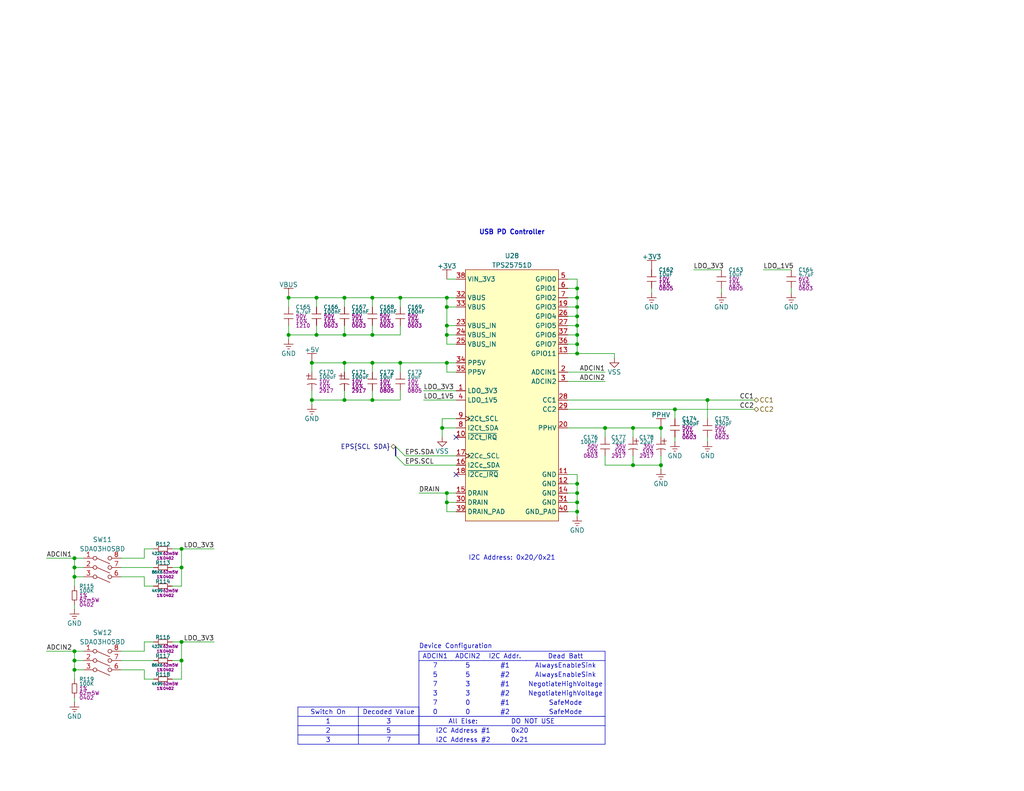
<source format=kicad_sch>
(kicad_sch (version 20250114) (generator "eeschema") (generator_version "9.0")
  (paper "USLetter")
  (title_block (title "USB Power Delivery") (date "2025-03-08") (rev "1") (comment 2 "PROTOTYPE") (comment 3 "2025"))
  (lib_symbols
    (symbol ".DS-Passives:C_polarized"
      (property "Reference" "C?" (at 1.905 2.54 0))
      (property "Value" "VAL" (at 1.905 1.27 0))
      (property "Tolerance" "TOL" (at 1.905 -1.27 0))
      (property "Voltage Rating" "VOLTAGE" (at 1.905 0 0))
      (property "Package" "PKG" (at 1.905 -2.54 0))
      (symbol "C_polarized_0_1"
        (polyline (pts (xy -1.524 1.524) (xy -0.254 1.524)))
        (polyline (pts (xy -1.27 0.635) (xy 1.27 0.635)))
        (polyline (pts (xy -0.889 2.159) (xy -0.889 0.889)))
        (arc (start -1.27 -0.8531) (mid 0 -0.5919) (end 1.27 -0.8531))
      )
      (symbol "C_polarized_1_1"
        (pin passive line (at 0 2.54 270) (length 1.905) (name "") (number "1"))
        (pin passive line (at 0 -2.54 90) (length 1.905) (name "") (number "2"))
      )
    )
    (symbol ".DS-Power:+5V" (power) (pin_numbers (hide yes)) (pin_names (offset 0) (hide yes))
      (property "Value" "+5V" (at 0 3.556 0))
      (symbol "+5V_0_1"
        (polyline (pts (xy -1.27 2.54) (xy 0 2.54)))
        (polyline (pts (xy 0 2.54) (xy 1.27 2.54)))
        (polyline (pts (xy 0 0) (xy 0 2.54)))
      )
      (symbol "+5V_1_1"
        (pin power_in line (at 0 0 90) (length 0) (name "~") (number "1"))
      )
    )
    (symbol ".DS-Switches:3P_SPST" (pin_names (offset 0) (hide yes))
      (property "Reference" "SW?" (at 0 7.62 0))
      (property "Value" "3P_SPST" (at 0 5.08 0))
      (symbol "3P_SPST_0_1"
        (circle (center -2.032 2.54) (radius 0.508))
        (circle (center -2.032 0) (radius 0.508))
        (circle (center -2.032 -2.54) (radius 0.508))
        (polyline (pts (xy -1.524 2.54) (xy 2.032 1.016)))
        (polyline (pts (xy -1.524 0) (xy 2.032 -1.524)))
        (polyline (pts (xy -1.524 -2.54) (xy 2.032 -4.064)))
        (circle (center 2.032 2.54) (radius 0.508))
        (circle (center 2.032 0) (radius 0.508))
        (circle (center 2.032 -2.54) (radius 0.508))
      )
      (symbol "3P_SPST_1_1"
        (pin passive line (at -5.08 2.54 0) (length 2.54) (name "") (number "1"))
        (pin passive line (at -5.08 0 0) (length 2.54) (name "") (number "2"))
        (pin passive line (at -5.08 -2.54 0) (length 2.54) (name "") (number "3"))
        (pin passive line (at 5.08 2.54 180) (length 2.54) (name "") (number "8"))
        (pin passive line (at 5.08 0 180) (length 2.54) (name "") (number "7"))
        (pin passive line (at 5.08 -2.54 180) (length 2.54) (name "") (number "6"))
      )
    )
    (symbol "lib_sch:+3V3" (power) (pin_numbers (hide yes)) (pin_names (offset 0) (hide yes))
      (property "Value" "+3V3" (at 0 3.556 0))
      (symbol "+3V3_0_1"
        (polyline (pts (xy -1.27 2.54) (xy 0 2.54)))
        (polyline (pts (xy 0 2.54) (xy 1.27 2.54)))
        (polyline (pts (xy 0 0) (xy 0 2.54)))
      )
      (symbol "+3V3_1_1"
        (pin power_in line (at 0 0 90) (length 0) (name "~") (number "1"))
      )
    )
    (symbol "lib_sch:C" (pin_numbers (hide yes)) (pin_names (hide yes))
      (property "Reference" "C?" (at 1.905 2.54 0))
      (property "Value" "CAP" (at 1.905 1.27 0))
      (property "Tolerance" "TOL" (at 1.905 -1.27 0))
      (property "Voltage Rating" "VOLTAGE" (at 1.905 0 0))
      (property "Package" "PKG" (at 1.905 -2.54 0))
      (symbol "C_0_1"
        (polyline (pts (xy -1.27 0.635) (xy 1.27 0.635)))
        (polyline (pts (xy -1.27 -0.635) (xy 1.27 -0.635)))
      )
      (symbol "C_1_1"
        (pin passive line (at 0 2.54 270) (length 1.905) (name "") (number "1"))
        (pin passive line (at 0 -2.54 90) (length 1.905) (name "") (number "2"))
      )
    )
    (symbol "lib_sch:GND" (power) (pin_numbers (hide yes)) (pin_names (offset 0) (hide yes))
      (property "Value" "GND" (at 0 -3.81 0))
      (symbol "GND_0_1"
        (polyline (pts (xy -1.27 -1.27) (xy -1.27 -1.27)))
        (polyline (pts (xy -0.635 -1.905) (xy 0.635 -1.905)))
        (polyline (pts (xy -0.254 -2.54) (xy -0.254 -2.54)))
        (polyline (pts (xy -0.254 -2.54) (xy 0.254 -2.54)))
        (polyline (pts (xy 0 0) (xy 0 -1.27)))
        (polyline (pts (xy 1.27 -1.27) (xy -1.27 -1.27)))
      )
      (symbol "GND_1_1"
        (pin power_in line (at 0 0 270) (length 0) (name "~") (number "1"))
      )
    )
    (symbol "lib_sch:PPHV" (power) (pin_numbers (hide yes)) (pin_names (offset 0) (hide yes))
      (property "Value" "PPHV" (at 0 3.556 0))
      (symbol "PPHV_0_1"
        (polyline (pts (xy -1.27 2.54) (xy 0 2.54)))
        (polyline (pts (xy 0 2.54) (xy 1.27 2.54)))
        (polyline (pts (xy 0 0) (xy 0 2.54)))
      )
      (symbol "PPHV_1_1"
        (pin power_in line (at 0 0 90) (length 0) (name "~") (number "1"))
      )
    )
    (symbol "lib_sch:R"
      (property "Reference" "R?" (at 1.27 2.54 0))
      (property "Value" "VAL" (at 1.27 1.27 0))
      (property "Tolerance" "TOL" (at 1.27 0 0))
      (property "Power Rating" "PWR" (at 1.27 -1.27 0))
      (property "Package" "PKG" (at 1.27 -2.54 0))
      (symbol "R_0_1"
        (polyline (pts (xy -0.635 1.27) (xy -0.635 -1.27) (xy 0.635 -1.27) (xy 0.635 1.27) (xy -0.635 1.27)))
      )
      (symbol "R_1_1"
        (pin passive line (at 0 2.54 270) (length 1.27) (name "") (number "1"))
        (pin passive line (at 0 -2.54 90) (length 1.27) (name "") (number "2"))
      )
    )
    (symbol "lib_sch:R_horizontal"
      (property "Reference" "R?" (at 0 1.27 0))
      (property "Value" "VAL" (at 0 -1.27 0))
      (property "Tolerance" "TOL" (at 0 -2.54 0))
      (property "Power Rating" "PWR" (at 0 -1.27 0))
      (property "Package" "PKG" (at 0 -2.54 0))
      (symbol "R_horizontal_0_1"
        (polyline (pts (xy -1.27 -0.635) (xy 1.27 -0.635) (xy 1.27 0.635) (xy -1.27 0.635) (xy -1.27 -0.635)))
      )
      (symbol "R_horizontal_1_1"
        (pin passive line (at -2.54 0 0) (length 1.27) (name "") (number "1"))
        (pin passive line (at 2.54 0 180) (length 1.27) (name "") (number "2"))
      )
    )
    (symbol "lib_sch:TPS25751D"
      (property "Reference" "U?" (at 0 38.1 0))
      (property "Value" "TPS25751D" (at 0 35.56 0))
      (symbol "TPS25751D_0_0"
        (pin power_in line (at -15.24 31.75 0) (length 2.54) (name "VIN_3V3") (number "38"))
        (pin power_in line (at -15.24 8.89 0) (length 2.54) (name "PP5V") (number "34"))
        (pin power_out line (at -15.24 1.27 0) (length 2.54) (name "LDO_3V3") (number "1"))
        (pin power_out line (at -15.24 -1.27 0) (length 2.54) (name "LDO_1V5") (number "4"))
        (pin bidirectional clock (at -15.24 -6.35 0) (length 2.54) (name "I2Ct_SCL") (number "9"))
        (pin bidirectional line (at -15.24 -8.89 0) (length 2.54) (name "I2Ct_SDA") (number "8"))
        (pin output line (at -15.24 -11.43 0) (length 2.54) (name "~{I2Ct_IRQ}") (number "10"))
        (pin bidirectional clock (at -15.24 -16.51 0) (length 2.54) (name "I2Cc_SCL") (number "17"))
        (pin bidirectional line (at -15.24 -19.05 0) (length 2.54) (name "I2Cc_SDA") (number "16"))
        (pin output line (at -15.24 -21.59 0) (length 2.54) (name "~{I2Cc_IRQ}") (number "18"))
        (pin passive line (at -15.24 -26.67 0) (length 2.54) (name "DRAIN") (number "15"))
        (pin passive line (at -15.24 -29.21 0) (length 2.54) (name "DRAIN") (number "30"))
        (pin passive line (at -15.24 -31.75 0) (length 2.54) (name "DRAIN_PAD") (number "39"))
        (pin bidirectional line (at 15.24 31.75 180) (length 2.54) (name "GPIO0") (number "5"))
        (pin bidirectional line (at 15.24 29.21 180) (length 2.54) (name "GPIO1") (number "6"))
        (pin bidirectional line (at 15.24 26.67 180) (length 2.54) (name "GPIO2") (number "7"))
        (pin bidirectional line (at 15.24 24.13 180) (length 2.54) (name "GPIO3") (number "19"))
        (pin bidirectional line (at 15.24 16.51 180) (length 2.54) (name "GPIO6") (number "37"))
        (pin bidirectional line (at 15.24 11.43 180) (length 2.54) (name "GPIO11") (number "13"))
        (pin input line (at 15.24 6.35 180) (length 2.54) (name "ADCIN1") (number "2"))
        (pin input line (at 15.24 3.81 180) (length 2.54) (name "ADCIN2") (number "3"))
        (pin bidirectional line (at 15.24 -1.27 180) (length 2.54) (name "CC1") (number "28"))
        (pin bidirectional line (at 15.24 -3.81 180) (length 2.54) (name "CC2") (number "29"))
        (pin passive line (at 15.24 -21.59 180) (length 2.54) (name "GND") (number "11"))
        (pin passive line (at 15.24 -24.13 180) (length 2.54) (name "GND") (number "12"))
        (pin passive line (at 15.24 -26.67 180) (length 2.54) (name "GND") (number "14"))
        (pin passive line (at 15.24 -29.21 180) (length 2.54) (name "GND") (number "31"))
        (pin passive line (at 15.24 -31.75 180) (length 2.54) (name "GND_PAD") (number "40"))
      )
      (symbol "TPS25751D_1_0"
        (pin power_in line (at -15.24 26.67 0) (length 2.54) (name "VBUS") (number "32"))
        (pin power_in line (at -15.24 24.13 0) (length 2.54) (name "VBUS") (number "33"))
        (pin power_in line (at -15.24 19.05 0) (length 2.54) (name "VBUS_IN") (number "23"))
        (pin power_in line (at -15.24 16.51 0) (length 2.54) (name "VBUS_IN") (number "24"))
        (pin power_in line (at -15.24 13.97 0) (length 2.54) (name "VBUS_IN") (number "25"))
        (pin power_in line (at -15.24 6.35 0) (length 2.54) (name "PP5V") (number "35"))
        (pin bidirectional line (at 15.24 21.59 180) (length 2.54) (name "GPIO4") (number "26"))
        (pin bidirectional line (at 15.24 19.05 180) (length 2.54) (name "GPIO5") (number "27"))
        (pin bidirectional line (at 15.24 13.97 180) (length 2.54) (name "GPIO7") (number "36"))
        (pin power_out line (at 15.24 -8.89 180) (length 2.54) (name "PPHV") (number "20"))
        (pin power_out line (at 15.24 -8.89 180) (length 2.54) (hide yes) (name "PPHV") (number "21"))
        (pin power_out line (at 15.24 -8.89 180) (length 2.54) (hide yes) (name "PPHV") (number "22"))
      )
      (symbol "TPS25751D_1_1"
        (rectangle (start -12.7 34.29) (end 12.7 -34.29) (fill (type background)))
      )
    )
    (symbol "lib_sch:VBUS" (power) (pin_numbers (hide yes)) (pin_names (offset 0) (hide yes))
      (property "Value" "VBUS" (at 0 3.556 0))
      (symbol "VBUS_0_1"
        (polyline (pts (xy -1.27 2.54) (xy 0 2.54)))
        (polyline (pts (xy 0 2.54) (xy 1.27 2.54)))
        (polyline (pts (xy 0 0) (xy 0 2.54)))
      )
      (symbol "VBUS_1_1"
        (pin power_in line (at 0 0 90) (length 0) (name "~") (number "1"))
      )
    )
    (symbol "lib_sch:VSS" (power) (pin_numbers (hide yes)) (pin_names (offset 0) (hide yes))
      (property "Value" "VSS" (at 0 -3.81 0))
      (symbol "VSS_0_1"
        (polyline (pts (xy 0 0) (xy 0 -1.27) (xy 1.27 -1.27) (xy 0 -2.54) (xy -1.27 -1.27) (xy 0 -1.27)))
      )
      (symbol "VSS_1_1"
        (pin power_in line (at 0 0 270) (length 0) (name "~") (number "1"))
      )
    )
  )
  (text "I2C Address: 0x20/0x21" (at 139.7 152.4 0) (effects (font (size 1.27 1.27))))
  (text "Device Configuration" (at 114.3 176.53 0) (effects (font (size 1.27 1.27)) (justify left)))
  (text "USB PD Controller" (at 139.7 63.5 0) (effects (font (size 1.27 1.27) (thickness 0.254) (bold yes))))
  (junction (at 157.48 86.36))
  (junction (at 157.48 134.62))
  (junction (at 86.36 91.44))
  (junction (at 157.48 132.08))
  (junction (at 120.65 116.84))
  (junction (at 101.6 109.22))
  (junction (at 165.1 116.84))
  (junction (at 121.92 134.62))
  (junction (at 20.32 152.4))
  (junction (at 109.22 99.06))
  (junction (at 193.04 109.22))
  (junction (at 157.48 139.7))
  (junction (at 49.53 180.34))
  (junction (at 20.32 182.88))
  (junction (at 85.09 109.22))
  (junction (at 101.6 91.44))
  (junction (at 121.92 99.06))
  (junction (at 101.6 81.28))
  (junction (at 157.48 93.98))
  (junction (at 78.74 91.44))
  (junction (at 121.92 81.28))
  (junction (at 157.48 88.9))
  (junction (at 49.53 149.86))
  (junction (at 172.72 116.84))
  (junction (at 121.92 83.82))
  (junction (at 20.32 154.94))
  (junction (at 180.34 116.84))
  (junction (at 157.48 91.44))
  (junction (at 157.48 96.52))
  (junction (at 184.15 111.76))
  (junction (at 20.32 180.34))
  (junction (at 93.98 81.28))
  (junction (at 20.32 177.8))
  (junction (at 121.92 88.9))
  (junction (at 180.34 127))
  (junction (at 157.48 81.28))
  (junction (at 157.48 78.74))
  (junction (at 49.53 175.26))
  (junction (at 101.6 99.06))
  (junction (at 93.98 99.06))
  (junction (at 85.09 99.06))
  (junction (at 121.92 137.16))
  (junction (at 20.32 157.48))
  (junction (at 172.72 127))
  (junction (at 49.53 154.94))
  (junction (at 93.98 109.22))
  (junction (at 109.22 81.28))
  (junction (at 157.48 83.82))
  (junction (at 86.36 81.28))
  (junction (at 121.92 91.44))
  (junction (at 157.48 137.16))
  (junction (at 93.98 91.44))
  (junction (at 78.74 81.28))
  (no_connect (at 124.46 119.38))
  (no_connect (at 124.46 129.54))
  (bus_entry (at 110.49 127) (size -2.54 -2.54))
  (bus_entry (at 110.49 124.46) (size -2.54 -2.54))
  (wire (pts (xy 20.32 190.5) (xy 20.32 191.77)))
  (wire (pts (xy 165.1 124.46) (xy 165.1 127)))
  (wire (pts (xy 121.92 81.28) (xy 124.46 81.28)))
  (wire (pts (xy 20.32 182.88) (xy 20.32 180.34)))
  (wire (pts (xy 180.34 119.38) (xy 180.34 116.84)))
  (wire (pts (xy 22.86 180.34) (xy 20.32 180.34)))
  (wire (pts (xy 93.98 91.44) (xy 101.6 91.44)))
  (wire (pts (xy 93.98 106.68) (xy 93.98 109.22)))
  (wire (pts (xy 154.94 83.82) (xy 157.48 83.82)))
  (wire (pts (xy 189.23 73.66) (xy 196.85 73.66)))
  (wire (pts (xy 167.64 96.52) (xy 167.64 97.79)))
  (wire (pts (xy 20.32 185.42) (xy 20.32 182.88)))
  (wire (pts (xy 180.34 116.84) (xy 172.72 116.84)))
  (wire (pts (xy 121.92 134.62) (xy 114.3 134.62)))
  (wire (pts (xy 101.6 101.6) (xy 101.6 99.06)))
  (wire (pts (xy 20.32 165.1) (xy 20.32 166.37)))
  (wire (pts (xy 49.53 149.86) (xy 58.42 149.86)))
  (wire (pts (xy 85.09 109.22) (xy 93.98 109.22)))
  (wire (pts (xy 121.92 93.98) (xy 121.92 91.44)))
  (wire (pts (xy 93.98 109.22) (xy 101.6 109.22)))
  (wire (pts (xy 177.8 78.74) (xy 177.8 80.01)))
  (wire (pts (xy 154.94 101.6) (xy 165.1 101.6)))
  (wire (pts (xy 184.15 111.76) (xy 184.15 114.3)))
  (wire (pts (xy 165.1 127) (xy 172.72 127)))
  (wire (pts (xy 93.98 99.06) (xy 101.6 99.06)))
  (wire (pts (xy 49.53 154.94) (xy 49.53 149.86)))
  (wire (pts (xy 154.94 129.54) (xy 157.48 129.54)))
  (wire (pts (xy 154.94 86.36) (xy 157.48 86.36)))
  (wire (pts (xy 121.92 81.28) (xy 121.92 83.82)))
  (wire (pts (xy 154.94 134.62) (xy 157.48 134.62)))
  (wire (pts (xy 172.72 116.84) (xy 165.1 116.84)))
  (wire (pts (xy 22.86 157.48) (xy 20.32 157.48)))
  (wire (pts (xy 157.48 96.52) (xy 167.64 96.52)))
  (wire (pts (xy 121.92 76.2) (xy 124.46 76.2)))
  (wire (pts (xy 124.46 134.62) (xy 121.92 134.62)))
  (wire (pts (xy 12.7 152.4) (xy 20.32 152.4)))
  (wire (pts (xy 101.6 109.22) (xy 101.6 106.68)))
  (wire (pts (xy 93.98 101.6) (xy 93.98 99.06)))
  (wire (pts (xy 46.99 154.94) (xy 49.53 154.94)))
  (wire (pts (xy 86.36 91.44) (xy 93.98 91.44)))
  (wire (pts (xy 154.94 132.08) (xy 157.48 132.08)))
  (wire (pts (xy 157.48 81.28) (xy 157.48 83.82)))
  (wire (pts (xy 110.49 124.46) (xy 124.46 124.46)))
  (wire (pts (xy 120.65 114.3) (xy 124.46 114.3)))
  (wire (pts (xy 49.53 175.26) (xy 58.42 175.26)))
  (wire (pts (xy 172.72 119.38) (xy 172.72 116.84)))
  (wire (pts (xy 22.86 154.94) (xy 20.32 154.94)))
  (wire (pts (xy 33.02 180.34) (xy 41.91 180.34)))
  (wire (pts (xy 193.04 109.22) (xy 193.04 114.3)))
  (wire (pts (xy 154.94 116.84) (xy 165.1 116.84)))
  (wire (pts (xy 20.32 180.34) (xy 20.32 177.8)))
  (wire (pts (xy 46.99 149.86) (xy 49.53 149.86)))
  (wire (pts (xy 121.92 134.62) (xy 121.92 137.16)))
  (wire (pts (xy 86.36 81.28) (xy 86.36 83.82)))
  (wire (pts (xy 85.09 109.22) (xy 85.09 110.49)))
  (wire (pts (xy 109.22 99.06) (xy 109.22 101.6)))
  (wire (pts (xy 180.34 124.46) (xy 180.34 127)))
  (wire (pts (xy 172.72 127) (xy 180.34 127)))
  (wire (pts (xy 85.09 99.06) (xy 85.09 101.6)))
  (wire (pts (xy 101.6 91.44) (xy 101.6 88.9)))
  (wire (pts (xy 124.46 91.44) (xy 121.92 91.44)))
  (wire (pts (xy 101.6 81.28) (xy 101.6 83.82)))
  (wire (pts (xy 86.36 88.9) (xy 86.36 91.44)))
  (wire (pts (xy 101.6 91.44) (xy 109.22 91.44)))
  (wire (pts (xy 157.48 139.7) (xy 154.94 139.7)))
  (wire (pts (xy 101.6 81.28) (xy 109.22 81.28)))
  (wire (pts (xy 39.37 152.4) (xy 39.37 149.86)))
  (wire (pts (xy 109.22 81.28) (xy 109.22 83.82)))
  (wire (pts (xy 120.65 116.84) (xy 120.65 114.3)))
  (wire (pts (xy 78.74 88.9) (xy 78.74 91.44)))
  (wire (pts (xy 110.49 127) (xy 124.46 127)))
  (wire (pts (xy 39.37 185.42) (xy 39.37 182.88)))
  (wire (pts (xy 86.36 81.28) (xy 93.98 81.28)))
  (wire (pts (xy 124.46 83.82) (xy 121.92 83.82)))
  (wire (pts (xy 157.48 83.82) (xy 157.48 86.36)))
  (wire (pts (xy 49.53 175.26) (xy 49.53 180.34)))
  (wire (pts (xy 39.37 149.86) (xy 41.91 149.86)))
  (wire (pts (xy 157.48 137.16) (xy 157.48 139.7)))
  (wire (pts (xy 154.94 109.22) (xy 193.04 109.22)))
  (wire (pts (xy 78.74 91.44) (xy 78.74 92.71)))
  (wire (pts (xy 49.53 180.34) (xy 49.53 185.42)))
  (wire (pts (xy 109.22 99.06) (xy 121.92 99.06)))
  (wire (pts (xy 33.02 154.94) (xy 41.91 154.94)))
  (wire (pts (xy 33.02 177.8) (xy 39.37 177.8)))
  (wire (pts (xy 33.02 157.48) (xy 39.37 157.48)))
  (wire (pts (xy 46.99 180.34) (xy 49.53 180.34)))
  (wire (pts (xy 20.32 154.94) (xy 20.32 152.4)))
  (wire (pts (xy 157.48 76.2) (xy 157.48 78.74)))
  (wire (pts (xy 115.57 106.68) (xy 124.46 106.68)))
  (wire (pts (xy 154.94 104.14) (xy 165.1 104.14)))
  (wire (pts (xy 33.02 152.4) (xy 39.37 152.4)))
  (wire (pts (xy 196.85 78.74) (xy 196.85 80.01)))
  (wire (pts (xy 215.9 78.74) (xy 215.9 80.01)))
  (wire (pts (xy 154.94 137.16) (xy 157.48 137.16)))
  (wire (pts (xy 20.32 152.4) (xy 22.86 152.4)))
  (wire (pts (xy 20.32 157.48) (xy 20.32 154.94)))
  (wire (pts (xy 124.46 137.16) (xy 121.92 137.16)))
  (wire (pts (xy 41.91 185.42) (xy 39.37 185.42)))
  (wire (pts (xy 154.94 76.2) (xy 157.48 76.2)))
  (wire (pts (xy 124.46 93.98) (xy 121.92 93.98)))
  (wire (pts (xy 120.65 119.38) (xy 120.65 116.84)))
  (wire (pts (xy 157.48 88.9) (xy 157.48 91.44)))
  (wire (pts (xy 20.32 160.02) (xy 20.32 157.48)))
  (wire (pts (xy 12.7 177.8) (xy 20.32 177.8)))
  (wire (pts (xy 20.32 177.8) (xy 22.86 177.8)))
  (wire (pts (xy 154.94 78.74) (xy 157.48 78.74)))
  (wire (pts (xy 46.99 185.42) (xy 49.53 185.42)))
  (wire (pts (xy 184.15 119.38) (xy 184.15 120.65)))
  (wire (pts (xy 85.09 99.06) (xy 93.98 99.06)))
  (wire (pts (xy 157.48 132.08) (xy 157.48 134.62)))
  (wire (pts (xy 157.48 91.44) (xy 157.48 93.98)))
  (wire (pts (xy 121.92 88.9) (xy 121.92 83.82)))
  (wire (pts (xy 154.94 81.28) (xy 157.48 81.28)))
  (wire (pts (xy 121.92 91.44) (xy 121.92 88.9)))
  (wire (pts (xy 157.48 129.54) (xy 157.48 132.08)))
  (wire (pts (xy 157.48 78.74) (xy 157.48 81.28)))
  (wire (pts (xy 165.1 119.38) (xy 165.1 116.84)))
  (wire (pts (xy 124.46 88.9) (xy 121.92 88.9)))
  (wire (pts (xy 101.6 99.06) (xy 109.22 99.06)))
  (wire (pts (xy 180.34 127) (xy 180.34 128.27)))
  (wire (pts (xy 121.92 139.7) (xy 121.92 137.16)))
  (wire (pts (xy 49.53 160.02) (xy 49.53 154.94)))
  (wire (pts (xy 78.74 81.28) (xy 78.74 83.82)))
  (wire (pts (xy 193.04 119.38) (xy 193.04 120.65)))
  (wire (pts (xy 41.91 160.02) (xy 39.37 160.02)))
  (wire (pts (xy 157.48 86.36) (xy 157.48 88.9)))
  (wire (pts (xy 172.72 124.46) (xy 172.72 127)))
  (wire (pts (xy 109.22 91.44) (xy 109.22 88.9)))
  (wire (pts (xy 109.22 109.22) (xy 101.6 109.22)))
  (wire (pts (xy 154.94 88.9) (xy 157.48 88.9)))
  (wire (pts (xy 121.92 99.06) (xy 121.92 101.6)))
  (wire (pts (xy 115.57 109.22) (xy 124.46 109.22)))
  (wire (pts (xy 33.02 182.88) (xy 39.37 182.88)))
  (wire (pts (xy 78.74 81.28) (xy 86.36 81.28)))
  (wire (pts (xy 121.92 99.06) (xy 124.46 99.06)))
  (wire (pts (xy 157.48 134.62) (xy 157.48 137.16)))
  (wire (pts (xy 46.99 175.26) (xy 49.53 175.26)))
  (wire (pts (xy 193.04 109.22) (xy 205.74 109.22)))
  (wire (pts (xy 208.28 73.66) (xy 215.9 73.66)))
  (wire (pts (xy 154.94 111.76) (xy 184.15 111.76)))
  (wire (pts (xy 39.37 160.02) (xy 39.37 157.48)))
  (wire (pts (xy 46.99 160.02) (xy 49.53 160.02)))
  (wire (pts (xy 124.46 101.6) (xy 121.92 101.6)))
  (wire (pts (xy 22.86 182.88) (xy 20.32 182.88)))
  (wire (pts (xy 39.37 175.26) (xy 41.91 175.26)))
  (bus (pts (xy 107.95 121.92) (xy 107.95 124.46)))
  (wire (pts (xy 154.94 91.44) (xy 157.48 91.44)))
  (wire (pts (xy 85.09 106.68) (xy 85.09 109.22)))
  (wire (pts (xy 109.22 106.68) (xy 109.22 109.22)))
  (wire (pts (xy 93.98 81.28) (xy 93.98 83.82)))
  (wire (pts (xy 93.98 81.28) (xy 101.6 81.28)))
  (wire (pts (xy 109.22 81.28) (xy 121.92 81.28)))
  (wire (pts (xy 120.65 116.84) (xy 124.46 116.84)))
  (wire (pts (xy 39.37 177.8) (xy 39.37 175.26)))
  (wire (pts (xy 184.15 111.76) (xy 205.74 111.76)))
  (wire (pts (xy 154.94 96.52) (xy 157.48 96.52)))
  (wire (pts (xy 78.74 91.44) (xy 86.36 91.44)))
  (wire (pts (xy 154.94 93.98) (xy 157.48 93.98)))
  (wire (pts (xy 157.48 140.97) (xy 157.48 139.7)))
  (wire (pts (xy 157.48 93.98) (xy 157.48 96.52)))
  (wire (pts (xy 93.98 91.44) (xy 93.98 88.9)))
  (wire (pts (xy 124.46 139.7) (xy 121.92 139.7)))
  (table (column_count 2) (border (external yes) (header yes)) (separators (rows yes) (cols yes)) (column_widths 16.51 16.51) (row_heights 2.54 2.54 2.54 2.54) (cells (table_cell "Switch On" (at 81.28 193.04 0) (size 16.51 2.54) (margins 0.9525 0.9525 0.9525 0.9525) (span 1 1)) (table_cell "Decoded Value" (at 97.79 193.04 0) (size 16.51 2.54) (margins 0.9525 0.9525 0.9525 0.9525) (span 1 1)) (table_cell "1" (at 81.28 195.58 0) (size 16.51 2.54) (margins 0.9525 0.9525 0.9525 0.9525) (span 1 1)) (table_cell "3" (at 97.79 195.58 0) (size 16.51 2.54) (margins 0.9525 0.9525 0.9525 0.9525) (span 1 1)) (table_cell "2" (at 81.28 198.12 0) (size 16.51 2.54) (margins 0.9525 0.9525 0.9525 0.9525) (span 1 1)) (table_cell "5" (at 97.79 198.12 0) (size 16.51 2.54) (margins 0.9525 0.9525 0.9525 0.9525) (span 1 1)) (table_cell "3" (at 81.28 200.66 0) (size 16.51 2.54) (margins 0.9525 0.9525 0.9525 0.9525) (span 1 1)) (table_cell "7" (at 97.79 200.66 0) (size 16.51 2.54) (margins 0.9525 0.9525 0.9525 0.9525) (span 1 1))))
  (table (column_count 4) (border (external yes) (header yes)) (separators (rows no) (cols no)) (column_widths 8.89 8.89 11.43 21.59) (row_heights 2.54 2.54 2.54 2.54 2.54 2.54 2.54) (cells (table_cell "ADCIN1" (at 114.3 177.8 0) (size 8.89 2.54) (margins 0.9525 0.9525 0.9525 0.9525) (span 1 1)) (table_cell "ADCIN2" (at 123.19 177.8 0) (size 8.89 2.54) (margins 0.9525 0.9525 0.9525 0.9525) (span 1 1)) (table_cell "I2C Addr." (at 132.08 177.8 0) (size 11.43 2.54) (margins 0.9525 0.9525 0.9525 0.9525) (span 1 1)) (table_cell "Dead Batt" (at 143.51 177.8 0) (size 21.59 2.54) (margins 0.9525 0.9525 0.9525 0.9525) (span 1 1)) (table_cell "7" (at 114.3 180.34 0) (size 8.89 2.54) (margins 0.9525 0.9525 0.9525 0.9525) (span 1 1)) (table_cell "5" (at 123.19 180.34 0) (size 8.89 2.54) (margins 0.9525 0.9525 0.9525 0.9525) (span 1 1)) (table_cell "#1" (at 132.08 180.34 0) (size 11.43 2.54) (margins 0.9525 0.9525 0.9525 0.9525) (span 1 1)) (table_cell "AlwaysEnableSink" (at 143.51 180.34 0) (size 21.59 2.54) (margins 0.9525 0.9525 0.9525 0.9525) (span 1 1)) (table_cell "5" (at 114.3 182.88 0) (size 8.89 2.54) (margins 0.9525 0.9525 0.9525 0.9525) (span 1 1)) (table_cell "5" (at 123.19 182.88 0) (size 8.89 2.54) (margins 0.9525 0.9525 0.9525 0.9525) (span 1 1)) (table_cell "#2" (at 132.08 182.88 0) (size 11.43 2.54) (margins 0.9525 0.9525 0.9525 0.9525) (span 1 1)) (table_cell "AlwaysEnableSink" (at 143.51 182.88 0) (size 21.59 2.54) (margins 0.9525 0.9525 0.9525 0.9525) (span 1 1)) (table_cell "7" (at 114.3 185.42 0) (size 8.89 2.54) (margins 0.9525 0.9525 0.9525 0.9525) (span 1 1)) (table_cell "3" (at 123.19 185.42 0) (size 8.89 2.54) (margins 0.9525 0.9525 0.9525 0.9525) (span 1 1)) (table_cell "#1" (at 132.08 185.42 0) (size 11.43 2.54) (margins 0.9525 0.9525 0.9525 0.9525) (span 1 1)) (table_cell "NegotiateHighVoltage" (at 143.51 185.42 0) (size 21.59 2.54) (margins 0.9525 0.9525 0.9525 0.9525) (span 1 1)) (table_cell "3" (at 114.3 187.96 0) (size 8.89 2.54) (margins 0.9525 0.9525 0.9525 0.9525) (span 1 1)) (table_cell "3" (at 123.19 187.96 0) (size 8.89 2.54) (margins 0.9525 0.9525 0.9525 0.9525) (span 1 1)) (table_cell "#2" (at 132.08 187.96 0) (size 11.43 2.54) (margins 0.9525 0.9525 0.9525 0.9525) (span 1 1)) (table_cell "NegotiateHighVoltage" (at 143.51 187.96 0) (size 21.59 2.54) (margins 0.9525 0.9525 0.9525 0.9525) (span 1 1)) (table_cell "7" (at 114.3 190.5 0) (size 8.89 2.54) (margins 0.9525 0.9525 0.9525 0.9525) (span 1 1)) (table_cell "0" (at 123.19 190.5 0) (size 8.89 2.54) (margins 0.9525 0.9525 0.9525 0.9525) (span 1 1)) (table_cell "#1" (at 132.08 190.5 0) (size 11.43 2.54) (margins 0.9525 0.9525 0.9525 0.9525) (span 1 1)) (table_cell "SafeMode" (at 143.51 190.5 0) (size 21.59 2.54) (margins 0.9525 0.9525 0.9525 0.9525) (span 1 1)) (table_cell "0" (at 114.3 193.04 0) (size 8.89 2.54) (margins 0.9525 0.9525 0.9525 0.9525) (span 1 1)) (table_cell "0" (at 123.19 193.04 0) (size 8.89 2.54) (margins 0.9525 0.9525 0.9525 0.9525) (span 1 1)) (table_cell "#2" (at 132.08 193.04 0) (size 11.43 2.54) (margins 0.9525 0.9525 0.9525 0.9525) (span 1 1)) (table_cell "SafeMode" (at 143.51 193.04 0) (size 21.59 2.54) (margins 0.9525 0.9525 0.9525 0.9525) (span 1 1))))
  (table (column_count 2) (border (external yes) (header yes)) (separators (rows no) (cols no)) (column_widths 24.13 26.67) (row_heights 2.54 2.54 2.54) (cells (table_cell "All Else:" (at 114.3 195.58 0) (size 24.13 2.54) (margins 0.9525 0.9525 0.9525 0.9525) (span 1 1)) (table_cell "DO NOT USE" (at 138.43 195.58 0) (size 26.67 2.54) (margins 0.9525 0.9525 0.9525 0.9525) (span 1 1)) (table_cell "I2C Address #1" (at 114.3 198.12 0) (size 24.13 2.54) (margins 0.9525 0.9525 0.9525 0.9525) (span 1 1)) (table_cell "0x20" (at 138.43 198.12 0) (size 26.67 2.54) (margins 0.9525 0.9525 0.9525 0.9525) (span 1 1)) (table_cell "I2C Address #2" (at 114.3 200.66 0) (size 24.13 2.54) (margins 0.9525 0.9525 0.9525 0.9525) (span 1 1)) (table_cell "0x21" (at 138.43 200.66 0) (size 26.67 2.54) (margins 0.9525 0.9525 0.9525 0.9525) (span 1 1))))
  (label "LDO_1V5" (at 115.57 109.22 0))
  (label "ADCIN2" (at 165.1 104.14 180))
  (label "LDO_3V3" (at 58.42 175.26 180))
  (label "LDO_3V3" (at 115.57 106.68 0))
  (label "ADCIN1" (at 165.1 101.6 180))
  (label "LDO_1V5" (at 208.28 73.66 0))
  (label "LDO_3V3" (at 58.42 149.86 180))
  (label "ADCIN1" (at 12.7 152.4 0))
  (label "ADCIN2" (at 12.7 177.8 0))
  (label "CC1" (at 205.74 109.22 180))
  (label "EPS.SDA" (at 110.49 124.46 0))
  (label "LDO_3V3" (at 189.23 73.66 0))
  (label "EPS.SCL" (at 110.49 127 0))
  (label "CC2" (at 205.74 111.76 180))
  (label "DRAIN" (at 114.3 134.62 0))
  (hierarchical_label "CC1" (shape bidirectional) (at 205.74 109.22 0))
  (hierarchical_label "EPS{SCL SDA}" (shape bidirectional) (at 107.95 121.92 180))
  (hierarchical_label "CC2" (shape bidirectional) (at 205.74 111.76 0))
  (symbol (lib_id "lib_sch:C") (at 177.8 76.2 0) (unit 1)
    (property "Reference" "C162" (at 179.705 73.66 0) (effects (font (size 1.016 1.016)) (justify left)))
    (property "Value" "10uF" (at 179.705 74.93 0) (effects (font (size 1.016 1.016)) (justify left)))
    (property "Datasheet" "datasheets/KYOCERA-AVX-MLCCKAM.pdf" (effects (hide yes)))
    (property "Description" "CAP CER 10UF 10V X7R 0805" (effects (hide yes)))
    (property "Manufacturer" "KYOCERA AVX" (effects (hide yes)))
    (property "MPN" "KAM21AR71A106KU" (effects (hide yes)))
    (property "DKPN" "478-KAM21AR71A106KUCT-ND" (effects (hide yes)))
    (property "Tolerance" "10%" (at 179.705 77.47 0) (effects (font (size 1.016 1.016)) (justify left)))
    (property "Voltage Rating" "10V" (at 179.705 76.2 0) (effects (font (size 1.016 1.016)) (justify left)))
    (property "Package" "0805" (at 179.705 78.74 0) (effects (font (size 1.016 1.016)) (justify left)))
  )
  (symbol (lib_id "lib_sch:GND") (at 215.9 80.01 0) (unit 1)
    (property "Reference" "#PWR0296" (effects (hide yes)))
    (property "Value" "GND" (at 215.9 83.82 0))
  )
  (symbol (lib_id "lib_sch:+3V3") (at 177.8 73.66 0) (unit 1)
    (property "Reference" "#PWR0292" (effects (hide yes)))
    (property "Value" "+3V3" (at 177.8 70.104 0))
  )
  (symbol (lib_id "lib_sch:GND") (at 184.15 120.65 0) (unit 1)
    (property "Reference" "#PWR0304" (effects (hide yes)))
    (property "Value" "GND" (at 184.15 124.46 0))
  )
  (symbol (lib_id ".DS-Passives:C_polarized") (at 180.34 121.92 0) (mirror y) (unit 1)
    (property "Reference" "C178" (at 178.435 119.38 0) (effects (font (size 1.016 1.016)) (justify left)))
    (property "Value" "22uF" (at 178.435 120.65 0) (effects (font (size 1.016 1.016)) (justify left)))
    (property "Datasheet" "datasheets/Vishay-Sprague-TP3.pdf" (effects (hide yes)))
    (property "Description" "Solid Tantalum Surface-Mount Chip Capacitors TANTAMOUNT™ Molded Case, High Performance, Automotive Grade" (effects (hide yes)))
    (property "Manufacturer" "Vishay Sprague" (effects (hide yes)))
    (property "MPN" "TP3D226K035C0200AS" (effects (hide yes)))
    (property "DKPN" "718-TP3D226K035C0200ASCT-ND" (effects (hide yes)))
    (property "Tolerance" "10%" (at 178.435 123.19 0) (effects (font (size 1.016 1.016)) (justify left)))
    (property "Voltage Rating" "35V" (at 178.435 121.92 0) (effects (font (size 1.016 1.016)) (justify left)))
    (property "Package" "2917" (at 178.435 124.46 0) (effects (font (size 1.016 1.016)) (justify left)))
  )
  (symbol (lib_id "lib_sch:+3V3") (at 121.92 76.2 0) (unit 1)
    (property "Reference" "#PWR0293" (effects (hide yes)))
    (property "Value" "+3V3" (at 121.92 72.644 0))
  )
  (symbol (lib_id "lib_sch:VSS") (at 120.65 119.38 0) (unit 1)
    (property "Reference" "#PWR0303" (effects (hide yes)))
    (property "Value" "VSS" (at 120.65 123.19 0))
  )
  (symbol (lib_id "lib_sch:R") (at 20.32 187.96 0) (unit 1)
    (property "Reference" "R119" (at 21.59 185.42 0) (effects (font (size 1.016 1.016)) (justify left)))
    (property "Value" "100K" (at 21.59 186.69 0) (effects (font (size 1.016 1.016)) (justify left)))
    (property "Datasheet" "datasheets/Vishay-Dale-DCRCWe3.pdf" (effects (hide yes)))
    (property "Description" "RES SMD 100K OHM 1% 1/16W 0402" (effects (hide yes)))
    (property "Manufacturer" "Vishay Dale" (effects (hide yes)))
    (property "MPN" "CRCW0402100KFKED" (effects (hide yes)))
    (property "DKPN" "541-100KLCT-ND" (effects (hide yes)))
    (property "Tolerance" "1%" (at 21.59 187.96 0) (effects (font (size 1.016 1.016)) (justify left)))
    (property "Power Rating" "62m5W" (at 21.59 189.23 0) (effects (font (size 1.016 1.016)) (justify left)))
    (property "Package" "0402" (at 21.59 190.5 0) (effects (font (size 1.016 1.016)) (justify left)))
  )
  (symbol (lib_id ".DS-Passives:C_polarized") (at 93.98 104.14 0) (unit 1)
    (property "Reference" "C171" (at 95.885 101.6 0) (effects (font (size 1.016 1.016)) (justify left)))
    (property "Value" "100uF" (at 95.885 102.87 0) (effects (font (size 1.016 1.016)) (justify left)))
    (property "Datasheet" "datasheets/Vishay-Sprague-TP3.pdf" (effects (hide yes)))
    (property "Description" "Solid Tantalum Surface-Mount Chip Capacitors TANTAMOUNT™ Molded Case, High Performance, Automotive Grade" (effects (hide yes)))
    (property "Manufacturer" "Vishay Sprague" (effects (hide yes)))
    (property "MPN" "TP3D107K010C0100AS" (effects (hide yes)))
    (property "DKPN" "718-TP3D107K010C0100ASCT-ND" (effects (hide yes)))
    (property "Tolerance" "10%" (at 95.885 105.41 0) (effects (font (size 1.016 1.016)) (justify left)))
    (property "Voltage Rating" "10V" (at 95.885 104.14 0) (effects (font (size 1.016 1.016)) (justify left)))
    (property "Package" "2917" (at 95.885 106.68 0) (effects (font (size 1.016 1.016)) (justify left)))
  )
  (symbol (lib_id "lib_sch:GND") (at 177.8 80.01 0) (unit 1)
    (property "Reference" "#PWR0294" (effects (hide yes)))
    (property "Value" "GND" (at 177.8 83.82 0))
  )
  (symbol (lib_id "lib_sch:R_horizontal") (at 44.45 175.26 0) (unit 1)
    (property "Reference" "R116" (at 44.45 173.99 0) (effects (font (size 1.016 1.016))))
    (property "Value" "422K" (at 44.45 176.53 0) (effects (font (size 0.762 0.762)) (justify right)))
    (property "Datasheet" "datasheets/Vishay-Dale-DCRCWe3.pdf" (effects (hide yes)))
    (property "Description" "RES SMD 422K OHM 1% 1/16W 0402" (effects (hide yes)))
    (property "Manufacturer" "Vishay Dale" (effects (hide yes)))
    (property "MPN" "CRCW0402422KFKED" (effects (hide yes)))
    (property "DKPN" "541-422KLCT-ND" (effects (hide yes)))
    (property "Tolerance" "1%" (at 44.45 177.8 0) (effects (font (size 0.762 0.762)) (justify right)))
    (property "Power Rating" "62m5W" (at 44.45 176.53 0) (effects (font (size 0.762 0.762)) (justify left)))
    (property "Package" "0402" (at 44.45 177.8 0) (effects (font (size 0.762 0.762)) (justify left)))
  )
  (symbol (lib_id ".DS-Power:+5V") (at 85.09 99.06 0) (unit 1)
    (property "Reference" "#PWR0300" (effects (hide yes)))
    (property "Value" "+5V" (at 85.09 95.504 0))
  )
  (symbol (lib_id ".DS-Switches:3P_SPST") (at 27.94 154.94 0) (unit 1)
    (property "Reference" "SW11" (at 27.94 147.32 0))
    (property "Value" "SDA03H0SBD" (at 27.94 149.86 0))
    (property "Datasheet" "datasheets/C&K-SDA-Series.pdf" (effects (hide yes)))
    (property "Description" "SWITCH SLIDE DIP SPST 0.025A 24V" (effects (hide yes)))
    (property "Manufacturer" "C&K" (effects (hide yes)))
    (property "MPN" "SDA03H0SBD" (effects (hide yes)))
    (property "DKPN" "CKN6060-ND" (effects (hide yes)))
  )
  (symbol (lib_id "lib_sch:C") (at 215.9 76.2 0) (unit 1)
    (property "Reference" "C164" (at 217.805 73.66 0) (effects (font (size 1.016 1.016)) (justify left)))
    (property "Value" "4.7uF" (at 217.805 74.93 0) (effects (font (size 1.016 1.016)) (justify left)))
    (property "Datasheet" "datasheets/KYOCERA-AVX-MLCCKAM.pdf" (effects (hide yes)))
    (property "Description" "0603 X7R 4.7UF10% 6.3V AEC-Q200" (effects (hide yes)))
    (property "Manufacturer" "KYOCERA AVX" (effects (hide yes)))
    (property "MPN" "KAM15CR70J475KT" (effects (hide yes)))
    (property "DKPN" "478-KAM15CR70J475KTCT-ND" (effects (hide yes)))
    (property "Tolerance" "10%" (at 217.805 77.47 0) (effects (font (size 1.016 1.016)) (justify left)))
    (property "Voltage Rating" "6V3" (at 217.805 76.2 0) (effects (font (size 1.016 1.016)) (justify left)))
    (property "Package" "0603" (at 217.805 78.74 0) (effects (font (size 1.016 1.016)) (justify left)))
  )
  (symbol (lib_id "lib_sch:R_horizontal") (at 44.45 185.42 0) (unit 1)
    (property "Reference" "R118" (at 44.45 184.15 0) (effects (font (size 1.016 1.016))))
    (property "Value" "4K99" (at 44.45 186.69 0) (effects (font (size 0.762 0.762)) (justify right)))
    (property "Datasheet" "datasheets/Vishay-Dale-DCRCWe3.pdf" (effects (hide yes)))
    (property "Description" "RES SMD 4.99K OHM 1% 1/16W 0402" (effects (hide yes)))
    (property "Manufacturer" "Vishay Dale" (effects (hide yes)))
    (property "MPN" "CRCW04024K99FKED" (effects (hide yes)))
    (property "DKPN" "541-4.99KLCT-ND" (effects (hide yes)))
    (property "Tolerance" "1%" (at 44.45 187.96 0) (effects (font (size 0.762 0.762)) (justify right)))
    (property "Power Rating" "62m5W" (at 44.45 186.69 0) (effects (font (size 0.762 0.762)) (justify left)))
    (property "Package" "0402" (at 44.45 187.96 0) (effects (font (size 0.762 0.762)) (justify left)))
  )
  (symbol (lib_id "lib_sch:R_horizontal") (at 44.45 180.34 0) (unit 1)
    (property "Reference" "R117" (at 44.45 179.07 0) (effects (font (size 1.016 1.016))))
    (property "Value" "86K6" (at 44.45 181.61 0) (effects (font (size 0.762 0.762)) (justify right)))
    (property "Datasheet" "datasheets/Vishay-Dale-DCRCWe3.pdf" (effects (hide yes)))
    (property "Description" "RES SMD 86.6K OHM 1% 1/16W 0402" (effects (hide yes)))
    (property "Manufacturer" "Vishay Dale" (effects (hide yes)))
    (property "MPN" "CRCW040286K6FKED" (effects (hide yes)))
    (property "DKPN" "541-86.6KLCT-ND" (effects (hide yes)))
    (property "Tolerance" "1%" (at 44.45 182.88 0) (effects (font (size 0.762 0.762)) (justify right)))
    (property "Power Rating" "62m5W" (at 44.45 181.61 0) (effects (font (size 0.762 0.762)) (justify left)))
    (property "Package" "0402" (at 44.45 182.88 0) (effects (font (size 0.762 0.762)) (justify left)))
  )
  (symbol (lib_id "lib_sch:VSS") (at 167.64 97.79 0) (unit 1)
    (property "Reference" "#PWR0299" (effects (hide yes)))
    (property "Value" "VSS" (at 167.64 101.6 0))
  )
  (symbol (lib_id "lib_sch:TPS25751D") (at 139.7 107.95 0) (unit 1)
    (property "Reference" "U28" (at 139.7 69.85 0))
    (property "Value" "TPS25751D" (at 139.7 72.39 0))
    (property "Datasheet" "datasheets/Texas-Instruments-TPS25751.pdf" (effects (hide yes)))
    (property "Description" "USB Type-C® and USB PD Controller with Integrated Power Switches Optimized for Power Applications" (effects (hide yes)))
    (property "Manufacturer" "Texas Instruments" (effects (hide yes)))
    (property "MPN" "TPS25751DREFR" (effects (hide yes)))
    (property "DKPN" "296-TPS25751DREFRCT-ND" (effects (hide yes)))
  )
  (symbol (lib_id "lib_sch:C") (at 93.98 86.36 0) (unit 1)
    (property "Reference" "C167" (at 95.885 83.82 0) (effects (font (size 1.016 1.016)) (justify left)))
    (property "Value" "100nF" (at 95.885 85.09 0) (effects (font (size 1.016 1.016)) (justify left)))
    (property "Datasheet" "datasheets/KYOCERA-AVX-MLCCKAM.pdf" (effects (hide yes)))
    (property "Description" "CAP CER 0.1UF 50V X7R 0603" (effects (hide yes)))
    (property "Manufacturer" "KYOCERA AVX" (effects (hide yes)))
    (property "MPN" "06035C104K4T2A" (effects (hide yes)))
    (property "DKPN" "478-KAM15AR71H104KTCT-ND" (effects (hide yes)))
    (property "Tolerance" "10%" (at 95.885 87.63 0) (effects (font (size 1.016 1.016)) (justify left)))
    (property "Voltage Rating" "50V" (at 95.885 86.36 0) (effects (font (size 1.016 1.016)) (justify left)))
    (property "Package" "0603" (at 95.885 88.9 0) (effects (font (size 1.016 1.016)) (justify left)))
  )
  (symbol (lib_id ".DS-Passives:C_polarized") (at 85.09 104.14 0) (unit 1)
    (property "Reference" "C170" (at 86.995 101.6 0) (effects (font (size 1.016 1.016)) (justify left)))
    (property "Value" "100uF" (at 86.995 102.87 0) (effects (font (size 1.016 1.016)) (justify left)))
    (property "Datasheet" "datasheets/Vishay-Sprague-TP3.pdf" (effects (hide yes)))
    (property "Description" "Solid Tantalum Surface-Mount Chip Capacitors TANTAMOUNT™ Molded Case, High Performance, Automotive Grade" (effects (hide yes)))
    (property "Manufacturer" "Vishay Sprague" (effects (hide yes)))
    (property "MPN" "TP3D107K010C0100AS" (effects (hide yes)))
    (property "DKPN" "718-TP3D107K010C0100ASCT-ND" (effects (hide yes)))
    (property "Tolerance" "10%" (at 86.995 105.41 0) (effects (font (size 1.016 1.016)) (justify left)))
    (property "Voltage Rating" "10V" (at 86.995 104.14 0) (effects (font (size 1.016 1.016)) (justify left)))
    (property "Package" "2917" (at 86.995 106.68 0) (effects (font (size 1.016 1.016)) (justify left)))
  )
  (symbol (lib_id "lib_sch:C") (at 101.6 104.14 0) (unit 1)
    (property "Reference" "C172" (at 103.505 101.6 0) (effects (font (size 1.016 1.016)) (justify left)))
    (property "Value" "10uF" (at 103.505 102.87 0) (effects (font (size 1.016 1.016)) (justify left)))
    (property "Datasheet" "datasheets/Murata-GCM21BR71A106KE22.pdf" (effects (hide yes)))
    (property "Description" "CAP CER 10UF 10V X7R 0805" (effects (hide yes)))
    (property "Manufacturer" "Murata Electronics" (effects (hide yes)))
    (property "MPN" "GCM21BR71A106KE22L" (effects (hide yes)))
    (property "DKPN" "490-10674-1-ND" (effects (hide yes)))
    (property "Tolerance" "10%" (at 103.505 105.41 0) (effects (font (size 1.016 1.016)) (justify left)))
    (property "Voltage Rating" "10V" (at 103.505 104.14 0) (effects (font (size 1.016 1.016)) (justify left)))
    (property "Package" "0805" (at 103.505 106.68 0) (effects (font (size 1.016 1.016)) (justify left)))
  )
  (symbol (lib_id "lib_sch:R_horizontal") (at 44.45 154.94 0) (unit 1)
    (property "Reference" "R113" (at 44.45 153.67 0) (effects (font (size 1.016 1.016))))
    (property "Value" "86K6" (at 44.45 156.21 0) (effects (font (size 0.762 0.762)) (justify right)))
    (property "Datasheet" "datasheets/Vishay-Dale-DCRCWe3.pdf" (effects (hide yes)))
    (property "Description" "RES SMD 86.6K OHM 1% 1/16W 0402" (effects (hide yes)))
    (property "Manufacturer" "Vishay Dale" (effects (hide yes)))
    (property "MPN" "CRCW040286K6FKED" (effects (hide yes)))
    (property "DKPN" "541-86.6KLCT-ND" (effects (hide yes)))
    (property "Tolerance" "1%" (at 44.45 157.48 0) (effects (font (size 0.762 0.762)) (justify right)))
    (property "Power Rating" "62m5W" (at 44.45 156.21 0) (effects (font (size 0.762 0.762)) (justify left)))
    (property "Package" "0402" (at 44.45 157.48 0) (effects (font (size 0.762 0.762)) (justify left)))
  )
  (symbol (lib_id "lib_sch:VBUS") (at 78.74 81.28 0) (unit 1)
    (property "Reference" "#PWR0297" (effects (hide yes)))
    (property "Value" "VBUS" (at 78.74 77.724 0))
  )
  (symbol (lib_id "lib_sch:GND") (at 20.32 191.77 0) (unit 1)
    (property "Reference" "#PWR0309" (effects (hide yes)))
    (property "Value" "GND" (at 20.32 195.58 0))
  )
  (symbol (lib_id ".DS-Switches:3P_SPST") (at 27.94 180.34 0) (unit 1)
    (property "Reference" "SW12" (at 27.94 172.72 0))
    (property "Value" "SDA03H0SBD" (at 27.94 175.26 0))
    (property "Datasheet" "datasheets/C&K-SDA-Series.pdf" (effects (hide yes)))
    (property "Description" "SWITCH SLIDE DIP SPST 0.025A 24V" (effects (hide yes)))
    (property "Manufacturer" "C&K" (effects (hide yes)))
    (property "MPN" "SDA03H0SBD" (effects (hide yes)))
    (property "DKPN" "CKN6060-ND" (effects (hide yes)))
  )
  (symbol (lib_id "lib_sch:GND") (at 193.04 120.65 0) (unit 1)
    (property "Reference" "#PWR0305" (effects (hide yes)))
    (property "Value" "GND" (at 193.04 124.46 0))
  )
  (symbol (lib_id "lib_sch:GND") (at 196.85 80.01 0) (unit 1)
    (property "Reference" "#PWR0295" (effects (hide yes)))
    (property "Value" "GND" (at 196.85 83.82 0))
  )
  (symbol (lib_id "lib_sch:C") (at 196.85 76.2 0) (unit 1)
    (property "Reference" "C163" (at 198.755 73.66 0) (effects (font (size 1.016 1.016)) (justify left)))
    (property "Value" "10uF" (at 198.755 74.93 0) (effects (font (size 1.016 1.016)) (justify left)))
    (property "Datasheet" "datasheets/KYOCERA-AVX-MLCCKAM.pdf" (effects (hide yes)))
    (property "Description" "CAP CER 10UF 10V X7R 0805" (effects (hide yes)))
    (property "Manufacturer" "KYOCERA AVX" (effects (hide yes)))
    (property "MPN" "KAM21AR71A106KU" (effects (hide yes)))
    (property "DKPN" "478-KAM21AR71A106KUCT-ND" (effects (hide yes)))
    (property "Tolerance" "10%" (at 198.755 77.47 0) (effects (font (size 1.016 1.016)) (justify left)))
    (property "Voltage Rating" "10V" (at 198.755 76.2 0) (effects (font (size 1.016 1.016)) (justify left)))
    (property "Package" "0805" (at 198.755 78.74 0) (effects (font (size 1.016 1.016)) (justify left)))
  )
  (symbol (lib_id "lib_sch:C") (at 86.36 86.36 0) (unit 1)
    (property "Reference" "C166" (at 88.265 83.82 0) (effects (font (size 1.016 1.016)) (justify left)))
    (property "Value" "100nF" (at 88.265 85.09 0) (effects (font (size 1.016 1.016)) (justify left)))
    (property "Datasheet" "datasheets/KYOCERA-AVX-MLCCKAM.pdf" (effects (hide yes)))
    (property "Description" "CAP CER 0.1UF 50V X7R 0603" (effects (hide yes)))
    (property "Manufacturer" "KYOCERA AVX" (effects (hide yes)))
    (property "MPN" "06035C104K4T2A" (effects (hide yes)))
    (property "DKPN" "478-KAM15AR71H104KTCT-ND" (effects (hide yes)))
    (property "Tolerance" "10%" (at 88.265 87.63 0) (effects (font (size 1.016 1.016)) (justify left)))
    (property "Voltage Rating" "50V" (at 88.265 86.36 0) (effects (font (size 1.016 1.016)) (justify left)))
    (property "Package" "0603" (at 88.265 88.9 0) (effects (font (size 1.016 1.016)) (justify left)))
  )
  (symbol (lib_id "lib_sch:GND") (at 180.34 128.27 0) (mirror y) (unit 1)
    (property "Reference" "#PWR0306" (effects (hide yes)))
    (property "Value" "GND" (at 180.34 132.08 0))
  )
  (symbol (lib_id ".DS-Passives:C_polarized") (at 172.72 121.92 0) (mirror y) (unit 1)
    (property "Reference" "C177" (at 170.815 119.38 0) (effects (font (size 1.016 1.016)) (justify left)))
    (property "Value" "22uF" (at 170.815 120.65 0) (effects (font (size 1.016 1.016)) (justify left)))
    (property "Datasheet" "datasheets/Vishay-Sprague-TP3.pdf" (effects (hide yes)))
    (property "Description" "Solid Tantalum Surface-Mount Chip Capacitors TANTAMOUNT™ Molded Case, High Performance, Automotive Grade" (effects (hide yes)))
    (property "Manufacturer" "Vishay Sprague" (effects (hide yes)))
    (property "MPN" "TP3D226K035C0200AS" (effects (hide yes)))
    (property "DKPN" "718-TP3D226K035C0200ASCT-ND" (effects (hide yes)))
    (property "Tolerance" "10%" (at 170.815 123.19 0) (effects (font (size 1.016 1.016)) (justify left)))
    (property "Voltage Rating" "35V" (at 170.815 121.92 0) (effects (font (size 1.016 1.016)) (justify left)))
    (property "Package" "2917" (at 170.815 124.46 0) (effects (font (size 1.016 1.016)) (justify left)))
  )
  (symbol (lib_id "lib_sch:C") (at 109.22 86.36 0) (unit 1)
    (property "Reference" "C169" (at 111.125 83.82 0) (effects (font (size 1.016 1.016)) (justify left)))
    (property "Value" "100nF" (at 111.125 85.09 0) (effects (font (size 1.016 1.016)) (justify left)))
    (property "Datasheet" "datasheets/KYOCERA-AVX-MLCCKAM.pdf" (effects (hide yes)))
    (property "Description" "CAP CER 0.1UF 50V X7R 0603" (effects (hide yes)))
    (property "Manufacturer" "KYOCERA AVX" (effects (hide yes)))
    (property "MPN" "06035C104K4T2A" (effects (hide yes)))
    (property "DKPN" "478-KAM15AR71H104KTCT-ND" (effects (hide yes)))
    (property "Tolerance" "10%" (at 111.125 87.63 0) (effects (font (size 1.016 1.016)) (justify left)))
    (property "Voltage Rating" "50V" (at 111.125 86.36 0) (effects (font (size 1.016 1.016)) (justify left)))
    (property "Package" "0603" (at 111.125 88.9 0) (effects (font (size 1.016 1.016)) (justify left)))
  )
  (symbol (lib_id "lib_sch:C") (at 165.1 121.92 0) (mirror y) (unit 1)
    (property "Reference" "C176" (at 163.195 119.38 0) (effects (font (size 1.016 1.016)) (justify left)))
    (property "Value" "100nF" (at 163.195 120.65 0) (effects (font (size 1.016 1.016)) (justify left)))
    (property "Datasheet" "datasheets/KYOCERA-AVX-MLCCKAM.pdf" (effects (hide yes)))
    (property "Description" "CAP CER 0.1UF 50V X7R 0603" (effects (hide yes)))
    (property "Manufacturer" "KYOCERA AVX" (effects (hide yes)))
    (property "MPN" "06035C104K4T2A" (effects (hide yes)))
    (property "DKPN" "478-KAM15AR71H104KTCT-ND" (effects (hide yes)))
    (property "Tolerance" "10%" (at 163.195 123.19 0) (effects (font (size 1.016 1.016)) (justify left)))
    (property "Voltage Rating" "50V" (at 163.195 121.92 0) (effects (font (size 1.016 1.016)) (justify left)))
    (property "Package" "0603" (at 163.195 124.46 0) (effects (font (size 1.016 1.016)) (justify left)))
  )
  (symbol (lib_id "lib_sch:C") (at 78.74 86.36 0) (unit 1)
    (property "Reference" "C165" (at 80.645 83.82 0) (effects (font (size 1.016 1.016)) (justify left)))
    (property "Value" "4.7uF" (at 80.645 85.09 0) (effects (font (size 1.016 1.016)) (justify left)))
    (property "Datasheet" "datasheets/Murata-GCM32ER71H475KA55.pdf" (effects (hide yes)))
    (property "Description" "CAP CER 4.7UF 50V X7R 1210" (effects (hide yes)))
    (property "Manufacturer" "Murata Electronics" (effects (hide yes)))
    (property "MPN" "GCM32ER71H475KA55K" (effects (hide yes)))
    (property "DKPN" "490-8066-1-ND" (effects (hide yes)))
    (property "Tolerance" "10%" (at 80.645 87.63 0) (effects (font (size 1.016 1.016)) (justify left)))
    (property "Voltage Rating" "50V" (at 80.645 86.36 0) (effects (font (size 1.016 1.016)) (justify left)))
    (property "Package" "1210" (at 80.645 88.9 0) (effects (font (size 1.016 1.016)) (justify left)))
  )
  (symbol (lib_id "lib_sch:C") (at 184.15 116.84 0) (unit 1)
    (property "Reference" "C174" (at 186.055 114.3 0) (effects (font (size 1.016 1.016)) (justify left)))
    (property "Value" "330pF" (at 186.055 115.57 0) (effects (font (size 1.016 1.016)) (justify left)))
    (property "Datasheet" "datasheets/KYOCERA-AVX-MLCCKAM.pdf" (effects (hide yes)))
    (property "Description" "CAP CER 330PF 50V X7R 0603" (effects (hide yes)))
    (property "Manufacturer" "KYOCERA AVX" (effects (hide yes)))
    (property "MPN" "06035C331K4T2A" (effects (hide yes)))
    (property "DKPN" "478-06035C331K4T2ACT-ND" (effects (hide yes)))
    (property "Tolerance" "10%" (at 186.055 118.11 0) (effects (font (size 1.016 1.016)) (justify left)))
    (property "Voltage Rating" "50V" (at 186.055 116.84 0) (effects (font (size 1.016 1.016)) (justify left)))
    (property "Package" "0603" (at 186.055 119.38 0) (effects (font (size 1.016 1.016)) (justify left)))
  )
  (symbol (lib_id "lib_sch:GND") (at 78.74 92.71 0) (unit 1)
    (property "Reference" "#PWR0298" (effects (hide yes)))
    (property "Value" "GND" (at 78.74 96.52 0))
  )
  (symbol (lib_id "lib_sch:R") (at 20.32 162.56 0) (unit 1)
    (property "Reference" "R115" (at 21.59 160.02 0) (effects (font (size 1.016 1.016)) (justify left)))
    (property "Value" "100K" (at 21.59 161.29 0) (effects (font (size 1.016 1.016)) (justify left)))
    (property "Datasheet" "datasheets/Vishay-Dale-DCRCWe3.pdf" (effects (hide yes)))
    (property "Description" "RES SMD 100K OHM 1% 1/16W 0402" (effects (hide yes)))
    (property "Manufacturer" "Vishay Dale" (effects (hide yes)))
    (property "MPN" "CRCW0402100KFKED" (effects (hide yes)))
    (property "DKPN" "541-100KLCT-ND" (effects (hide yes)))
    (property "Tolerance" "1%" (at 21.59 162.56 0) (effects (font (size 1.016 1.016)) (justify left)))
    (property "Power Rating" "62m5W" (at 21.59 163.83 0) (effects (font (size 1.016 1.016)) (justify left)))
    (property "Package" "0402" (at 21.59 165.1 0) (effects (font (size 1.016 1.016)) (justify left)))
  )
  (symbol (lib_id "lib_sch:GND") (at 85.09 110.49 0) (unit 1)
    (property "Reference" "#PWR0301" (effects (hide yes)))
    (property "Value" "GND" (at 85.09 114.3 0))
  )
  (symbol (lib_id "lib_sch:C") (at 193.04 116.84 0) (unit 1)
    (property "Reference" "C175" (at 194.945 114.3 0) (effects (font (size 1.016 1.016)) (justify left)))
    (property "Value" "330pF" (at 194.945 115.57 0) (effects (font (size 1.016 1.016)) (justify left)))
    (property "Datasheet" "datasheets/KYOCERA-AVX-MLCCKAM.pdf" (effects (hide yes)))
    (property "Description" "CAP CER 330PF 50V X7R 0603" (effects (hide yes)))
    (property "Manufacturer" "KYOCERA AVX" (effects (hide yes)))
    (property "MPN" "06035C331K4T2A" (effects (hide yes)))
    (property "DKPN" "478-06035C331K4T2ACT-ND" (effects (hide yes)))
    (property "Tolerance" "10%" (at 194.945 118.11 0) (effects (font (size 1.016 1.016)) (justify left)))
    (property "Voltage Rating" "50V" (at 194.945 116.84 0) (effects (font (size 1.016 1.016)) (justify left)))
    (property "Package" "0603" (at 194.945 119.38 0) (effects (font (size 1.016 1.016)) (justify left)))
  )
  (symbol (lib_id "lib_sch:C") (at 109.22 104.14 0) (unit 1)
    (property "Reference" "C173" (at 111.125 101.6 0) (effects (font (size 1.016 1.016)) (justify left)))
    (property "Value" "10uF" (at 111.125 102.87 0) (effects (font (size 1.016 1.016)) (justify left)))
    (property "Datasheet" "datasheets/Murata-GCM21BR71A106KE22.pdf" (effects (hide yes)))
    (property "Description" "CAP CER 10UF 10V X7R 0805" (effects (hide yes)))
    (property "Manufacturer" "Murata Electronics" (effects (hide yes)))
    (property "MPN" "GCM21BR71A106KE22L" (effects (hide yes)))
    (property "DKPN" "490-10674-1-ND" (effects (hide yes)))
    (property "Tolerance" "10%" (at 111.125 105.41 0) (effects (font (size 1.016 1.016)) (justify left)))
    (property "Voltage Rating" "10V" (at 111.125 104.14 0) (effects (font (size 1.016 1.016)) (justify left)))
    (property "Package" "0805" (at 111.125 106.68 0) (effects (font (size 1.016 1.016)) (justify left)))
  )
  (symbol (lib_id "lib_sch:PPHV") (at 180.34 116.84 0) (mirror y) (unit 1)
    (property "Reference" "#PWR0302" (effects (hide yes)))
    (property "Value" "PPHV" (at 180.34 113.284 0))
  )
  (symbol (lib_id "lib_sch:C") (at 101.6 86.36 0) (unit 1)
    (property "Reference" "C168" (at 103.505 83.82 0) (effects (font (size 1.016 1.016)) (justify left)))
    (property "Value" "100nF" (at 103.505 85.09 0) (effects (font (size 1.016 1.016)) (justify left)))
    (property "Datasheet" "datasheets/KYOCERA-AVX-MLCCKAM.pdf" (effects (hide yes)))
    (property "Description" "CAP CER 0.1UF 50V X7R 0603" (effects (hide yes)))
    (property "Manufacturer" "KYOCERA AVX" (effects (hide yes)))
    (property "MPN" "06035C104K4T2A" (effects (hide yes)))
    (property "DKPN" "478-KAM15AR71H104KTCT-ND" (effects (hide yes)))
    (property "Tolerance" "10%" (at 103.505 87.63 0) (effects (font (size 1.016 1.016)) (justify left)))
    (property "Voltage Rating" "50V" (at 103.505 86.36 0) (effects (font (size 1.016 1.016)) (justify left)))
    (property "Package" "0603" (at 103.505 88.9 0) (effects (font (size 1.016 1.016)) (justify left)))
  )
  (symbol (lib_id "lib_sch:GND") (at 20.32 166.37 0) (unit 1)
    (property "Reference" "#PWR0308" (effects (hide yes)))
    (property "Value" "GND" (at 20.32 170.18 0))
  )
  (symbol (lib_id "lib_sch:R_horizontal") (at 44.45 149.86 0) (unit 1)
    (property "Reference" "R112" (at 44.45 148.59 0) (effects (font (size 1.016 1.016))))
    (property "Value" "422K" (at 44.45 151.13 0) (effects (font (size 0.762 0.762)) (justify right)))
    (property "Datasheet" "datasheets/Vishay-Dale-DCRCWe3.pdf" (effects (hide yes)))
    (property "Description" "RES SMD 422K OHM 1% 1/16W 0402" (effects (hide yes)))
    (property "Manufacturer" "Vishay Dale" (effects (hide yes)))
    (property "MPN" "CRCW0402422KFKED" (effects (hide yes)))
    (property "DKPN" "541-422KLCT-ND" (effects (hide yes)))
    (property "Tolerance" "1%" (at 44.45 152.4 0) (effects (font (size 0.762 0.762)) (justify right)))
    (property "Power Rating" "62m5W" (at 44.45 151.13 0) (effects (font (size 0.762 0.762)) (justify left)))
    (property "Package" "0402" (at 44.45 152.4 0) (effects (font (size 0.762 0.762)) (justify left)))
  )
  (symbol (lib_id "lib_sch:R_horizontal") (at 44.45 160.02 0) (unit 1)
    (property "Reference" "R114" (at 44.45 158.75 0) (effects (font (size 1.016 1.016))))
    (property "Value" "4K99" (at 44.45 161.29 0) (effects (font (size 0.762 0.762)) (justify right)))
    (property "Datasheet" "datasheets/Vishay-Dale-DCRCWe3.pdf" (effects (hide yes)))
    (property "Description" "RES SMD 4.99K OHM 1% 1/16W 0402" (effects (hide yes)))
    (property "Manufacturer" "Vishay Dale" (effects (hide yes)))
    (property "MPN" "CRCW04024K99FKED" (effects (hide yes)))
    (property "DKPN" "541-4.99KLCT-ND" (effects (hide yes)))
    (property "Tolerance" "1%" (at 44.45 162.56 0) (effects (font (size 0.762 0.762)) (justify right)))
    (property "Power Rating" "62m5W" (at 44.45 161.29 0) (effects (font (size 0.762 0.762)) (justify left)))
    (property "Package" "0402" (at 44.45 162.56 0) (effects (font (size 0.762 0.762)) (justify left)))
  )
  (symbol (lib_id "lib_sch:GND") (at 157.48 140.97 0) (mirror y) (unit 1)
    (property "Reference" "#PWR0307" (effects (hide yes)))
    (property "Value" "GND" (at 157.48 144.78 0))
  )
)
</source>
